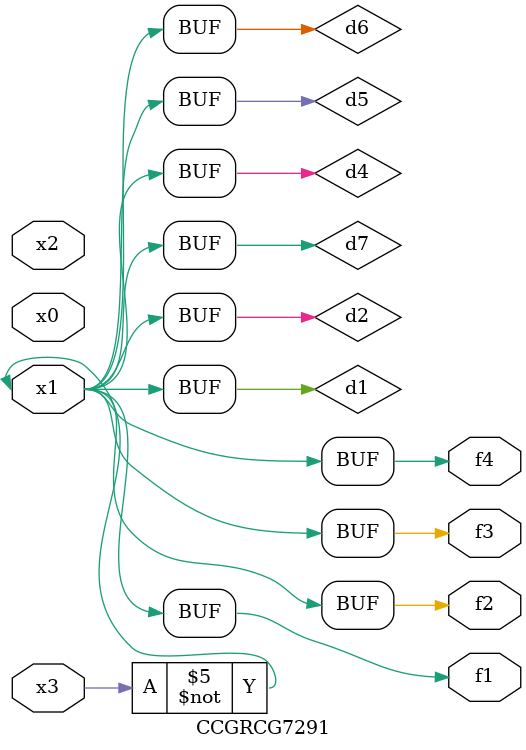
<source format=v>
module CCGRCG7291(
	input x0, x1, x2, x3,
	output f1, f2, f3, f4
);

	wire d1, d2, d3, d4, d5, d6, d7;

	not (d1, x3);
	buf (d2, x1);
	xnor (d3, d1, d2);
	nor (d4, d1);
	buf (d5, d1, d2);
	buf (d6, d4, d5);
	nand (d7, d4);
	assign f1 = d6;
	assign f2 = d7;
	assign f3 = d6;
	assign f4 = d6;
endmodule

</source>
